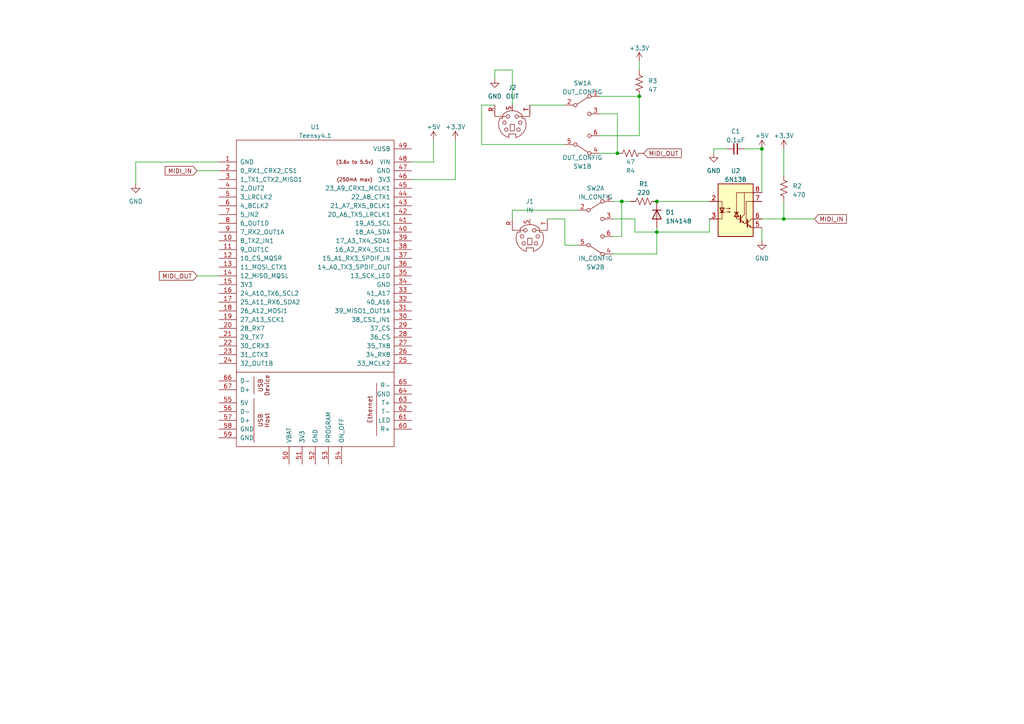
<source format=kicad_sch>
(kicad_sch (version 20230121) (generator eeschema)
  (paper "A4")
  (lib_symbols
    (symbol "Device:C_Small" (pin_numbers hide) (pin_names (offset 0.254) hide)
      (property "Reference" "C" (at 0.254 1.778 0))
      (property "Value" "C_Small" (at 0.254 -2.032 0))
      (symbol "C_Small_0_1"
        (polyline (pts (xy -1.524 -0.508) (xy 1.524 -0.508)) (stroke (width 0.3302)))
        (polyline (pts (xy -1.524 0.508) (xy 1.524 0.508)) (stroke (width 0.3048)))
      )
      (symbol "C_Small_1_1"
        (pin passive line (at 0 2.54 270) (length 2.032) (name "~") (number "1"))
        (pin passive line (at 0 -2.54 90) (length 2.032) (name "~") (number "2"))
      )
    )
    (symbol "Device:R_US" (pin_numbers hide) (pin_names (offset 0))
      (property "Reference" "R" (at 2.54 0 90))
      (property "Value" "R_US" (at -2.54 0 90))
      (symbol "R_US_0_1"
        (polyline (pts (xy 0 -2.286) (xy 0 -2.54)))
        (polyline (pts (xy 0 2.286) (xy 0 2.54)))
        (polyline (pts (xy 0 -0.762) (xy 1.016 -1.143) (xy 0 -1.524) (xy -1.016 -1.905) (xy 0 -2.286)))
        (polyline (pts (xy 0 0.762) (xy 1.016 0.381) (xy 0 0) (xy -1.016 -0.381) (xy 0 -0.762)))
        (polyline (pts (xy 0 2.286) (xy 1.016 1.905) (xy 0 1.524) (xy -1.016 1.143) (xy 0 0.762)))
      )
      (symbol "R_US_1_1"
        (pin passive line (at 0 3.81 270) (length 1.27) (name "~") (number "1"))
        (pin passive line (at 0 -3.81 90) (length 1.27) (name "~") (number "2"))
      )
    )
    (symbol "Diode:1N4148" (pin_numbers hide) (pin_names hide)
      (property "Reference" "D" (at 0 2.54 0))
      (property "Value" "1N4148" (at 0 -2.54 0))
      (symbol "1N4148_0_1"
        (polyline (pts (xy -1.27 1.27) (xy -1.27 -1.27)) (stroke (width 0.254)))
        (polyline (pts (xy 1.27 0) (xy -1.27 0)))
        (polyline (pts (xy 1.27 1.27) (xy 1.27 -1.27) (xy -1.27 0) (xy 1.27 1.27)) (stroke (width 0.254)))
      )
      (symbol "1N4148_1_1"
        (pin passive line (at -3.81 0 0) (length 2.54) (name "K") (number "1"))
        (pin passive line (at 3.81 0 180) (length 2.54) (name "A") (number "2"))
      )
    )
    (symbol "Isolator:6N138" (pin_names (offset 1.016) hide)
      (property "Reference" "U" (at -4.064 8.89 0))
      (property "Value" "6N138" (at 2.286 8.89 0))
      (symbol "6N138_0_1"
        (rectangle (start -5.08 7.62) (end 5.08 -7.62) (stroke (width 0.254)) (fill (type background)))
        (polyline (pts (xy -4.572 -0.635) (xy -3.302 -0.635)) (stroke (width 0.254)))
        (polyline (pts (xy 0.889 -0.635) (xy -0.381 -0.635)) (stroke (width 0.254)))
        (polyline (pts (xy 1.397 -2.667) (xy 2.54 -3.81)))
        (polyline (pts (xy 1.397 -2.413) (xy 2.54 -1.27)))
        (polyline (pts (xy 2.54 -3.81) (xy 3.175 -3.81)))
        (polyline (pts (xy 3.429 -3.937) (xy 4.572 -5.08)))
        (polyline (pts (xy 3.429 -3.683) (xy 4.572 -2.54)))
        (polyline (pts (xy 4.572 -5.08) (xy 5.08 -5.08)))
        (polyline (pts (xy 4.572 -2.54) (xy 5.08 -2.54)))
        (polyline (pts (xy 1.397 -1.524) (xy 1.397 -3.556) (xy 1.397 -3.556)) (stroke (width 0.3556)))
        (polyline (pts (xy 2.54 -1.27) (xy 2.54 5.08) (xy 5.08 5.08)))
        (polyline (pts (xy 3.429 -2.794) (xy 3.429 -4.826) (xy 3.429 -4.826)) (stroke (width 0.3556)))
        (polyline (pts (xy 5.08 2.54) (xy 3.048 2.54) (xy 3.048 -3.81)))
        (polyline (pts (xy -5.08 -2.54) (xy -3.937 -2.54) (xy -3.937 2.54) (xy -5.08 2.54)))
        (polyline (pts (xy -3.937 -0.635) (xy -4.572 0.635) (xy -3.302 0.635) (xy -3.937 -0.635)) (stroke (width 0.254)))
        (polyline (pts (xy 0.254 -0.635) (xy 0.889 -1.905) (xy -0.381 -1.905) (xy 0.254 -0.635)) (stroke (width 0.254)))
        (polyline (pts (xy 1.27 -2.54) (xy 0.254 -2.54) (xy 0.254 5.08) (xy 2.54 5.08)))
        (polyline (pts (xy 2.413 -3.683) (xy 2.159 -3.175) (xy 1.905 -3.429) (xy 2.413 -3.683)))
        (polyline (pts (xy 4.445 -4.953) (xy 4.191 -4.445) (xy 3.937 -4.699) (xy 4.445 -4.953)))
        (polyline (pts (xy -2.794 -0.508) (xy -1.524 -0.508) (xy -1.905 -0.635) (xy -1.905 -0.381) (xy -1.524 -0.508)))
        (polyline (pts (xy -2.794 0.508) (xy -1.524 0.508) (xy -1.905 0.381) (xy -1.905 0.635) (xy -1.524 0.508)))
      )
      (symbol "6N138_1_1"
        (pin no_connect line (at -5.08 5.08 0) (length 2.54) hide (name "NC") (number "1"))
        (pin passive line (at -7.62 2.54 0) (length 2.54) (name "C1") (number "2"))
        (pin passive line (at -7.62 -2.54 0) (length 2.54) (name "C2") (number "3"))
        (pin no_connect line (at -5.08 -5.08 0) (length 2.54) hide (name "NC") (number "4"))
        (pin passive line (at 7.62 -5.08 180) (length 2.54) (name "GND") (number "5"))
        (pin passive line (at 7.62 -2.54 180) (length 2.54) (name "VO2") (number "6"))
        (pin passive line (at 7.62 2.54 180) (length 2.54) (name "VO1") (number "7"))
        (pin passive line (at 7.62 5.08 180) (length 2.54) (name "VCC") (number "8"))
      )
    )
    (symbol "Mini-DIN_6pins_ver4_1" (pin_names (offset 1.016) hide)
      (property "Reference" "J1" (at 0 10.16 0))
      (property "Value" "IN" (at 0 7.62 0))
      (symbol "Mini-DIN_6pins_ver4_1_0_1"
        (arc (start -3.556 1.27) (mid -3.6268 -2.1377) (end -1.016 -4.318))
        (circle (center -2.286 0) (radius 0.508))
        (circle (center -1.778 -2.032) (radius 0.508))
        (circle (center -1.27 1.778) (radius 0.508))
        (polyline (pts (xy -2.794 1.27) (xy -3.556 1.27)))
        (polyline (pts (xy -2.794 1.27) (xy -2.794 2.286)))
        (polyline (pts (xy -1.016 -3.302) (xy -1.016 -4.318)))
        (polyline (pts (xy 1.016 -3.302) (xy -1.016 -3.302)))
        (polyline (pts (xy 1.016 -3.302) (xy 1.016 -4.318)))
        (polyline (pts (xy 2.794 1.27) (xy 2.794 2.286)))
        (polyline (pts (xy 2.794 1.27) (xy 3.556 1.27)))
        (polyline (pts (xy -1.778 1.778) (xy -5.08 1.778) (xy -5.08 2.54)))
        (polyline (pts (xy 1.778 1.778) (xy 5.08 1.778) (xy 5.08 2.54)))
        (rectangle (start 0.635 -2.413) (end -0.635 -0.508))
        (arc (start 1.016 -4.318) (mid 3.6119 -2.131) (end 3.556 1.27))
        (circle (center 1.27 1.778) (radius 0.508))
        (circle (center 1.778 -2.032) (radius 0.508))
        (circle (center 2.286 0) (radius 0.508))
        (arc (start 2.794 2.286) (mid 0 3.4433) (end -2.794 2.286))
      )
      (symbol "Mini-DIN_6pins_ver4_1_1_1"
        (pin passive line (at 5.08 5.08 270) (length 2.54) (name "R") (number "R"))
        (pin passive line (at 0 5.08 270) (length 1.6764) (name "S") (number "S"))
        (pin passive line (at -5.08 5.08 270) (length 2.54) (name "T") (number "T"))
      )
    )
    (symbol "Switch:SW_DPDT_x2" (pin_names (offset 0) hide)
      (property "Reference" "SW" (at 0 4.318 0))
      (property "Value" "SW_DPDT_x2" (at 0 -5.08 0))
      (symbol "SW_DPDT_x2_0_0"
        (circle (center -2.032 0) (radius 0.508))
        (circle (center 2.032 -2.54) (radius 0.508))
      )
      (symbol "SW_DPDT_x2_0_1"
        (polyline (pts (xy -1.524 0.254) (xy 1.651 2.286)))
        (circle (center 2.032 2.54) (radius 0.508))
      )
      (symbol "SW_DPDT_x2_1_1"
        (pin passive line (at 5.08 2.54 180) (length 2.54) (name "A") (number "1"))
        (pin passive line (at -5.08 0 0) (length 2.54) (name "B") (number "2"))
        (pin passive line (at 5.08 -2.54 180) (length 2.54) (name "C") (number "3"))
      )
      (symbol "SW_DPDT_x2_2_1"
        (pin passive line (at 5.08 2.54 180) (length 2.54) (name "A") (number "4"))
        (pin passive line (at -5.08 0 0) (length 2.54) (name "B") (number "5"))
        (pin passive line (at 5.08 -2.54 180) (length 2.54) (name "C") (number "6"))
      )
    )
    (symbol "power:+3.3V" (power) (pin_names (offset 0))
      (property "Value" "+3.3V" (at 0 3.556 0))
      (symbol "+3.3V_0_1"
        (polyline (pts (xy -0.762 1.27) (xy 0 2.54)))
        (polyline (pts (xy 0 0) (xy 0 2.54)))
        (polyline (pts (xy 0 2.54) (xy 0.762 1.27)))
      )
      (symbol "+3.3V_1_1"
        (pin power_in line (at 0 0 90) (length 0) hide (name "+3.3V") (number "1"))
      )
    )
    (symbol "power:+5V" (power) (pin_names (offset 0))
      (property "Value" "+5V" (at 0 3.556 0))
      (symbol "+5V_0_1"
        (polyline (pts (xy -0.762 1.27) (xy 0 2.54)))
        (polyline (pts (xy 0 0) (xy 0 2.54)))
        (polyline (pts (xy 0 2.54) (xy 0.762 1.27)))
      )
      (symbol "+5V_1_1"
        (pin power_in line (at 0 0 90) (length 0) hide (name "+5V") (number "1"))
      )
    )
    (symbol "power:GND" (power) (pin_names (offset 0))
      (property "Value" "GND" (at 0 -3.81 0))
      (symbol "GND_0_1"
        (polyline (pts (xy 0 0) (xy 0 -1.27) (xy 1.27 -1.27) (xy 0 -2.54) (xy -1.27 -1.27) (xy 0 -1.27)))
      )
      (symbol "GND_1_1"
        (pin power_in line (at 0 0 270) (length 0) hide (name "GND") (number "1"))
      )
    )
    (symbol "teensy:Teensy4.1" (pin_names (offset 1.016))
      (property "Reference" "U" (at 0 64.77 0))
      (property "Value" "Teensy4.1" (at 0 62.23 0))
      (symbol "Teensy4.1_0_0"
        (polyline (pts (xy -22.86 -6.35) (xy 22.86 -6.35)))
        (polyline (pts (xy -17.78 -26.67) (xy -17.78 -13.97)))
        (polyline (pts (xy -17.78 -7.62) (xy -17.78 -12.7)))
        (polyline (pts (xy 17.78 -9.525) (xy 17.78 -24.765)))
        (text "(250mA max)" (at 11.43 49.53 0) (effects (font (size 1.016 1.016))))
        (text "(3.6v to 5.5v)" (at 11.43 54.61 0) (effects (font (size 1.016 1.016))))
        (text "Device" (at -13.97 -10.16 900) (effects (font (size 1.27 1.27))))
        (text "Ethernet" (at 15.875 -17.145 900) (effects (font (size 1.27 1.27))))
        (text "Host" (at -13.97 -20.32 900) (effects (font (size 1.27 1.27))))
        (text "USB" (at -15.875 -20.32 900) (effects (font (size 1.27 1.27))))
        (text "USB" (at -15.875 -10.16 900) (effects (font (size 1.27 1.27))))
        (pin bidirectional line (at -27.94 31.75 0) (length 5.08) (name "8_TX2_IN1") (number "10"))
        (pin bidirectional line (at -27.94 29.21 0) (length 5.08) (name "9_OUT1C") (number "11"))
        (pin bidirectional line (at -27.94 26.67 0) (length 5.08) (name "10_CS_MQSR") (number "12"))
        (pin bidirectional line (at -27.94 24.13 0) (length 5.08) (name "11_MOSI_CTX1") (number "13"))
        (pin bidirectional line (at -27.94 21.59 0) (length 5.08) (name "12_MISO_MQSL") (number "14"))
        (pin power_in line (at -27.94 19.05 0) (length 5.08) (name "3V3") (number "15"))
        (pin bidirectional line (at -27.94 16.51 0) (length 5.08) (name "24_A10_TX6_SCL2") (number "16"))
        (pin bidirectional line (at -27.94 13.97 0) (length 5.08) (name "25_A11_RX6_SDA2") (number "17"))
        (pin bidirectional line (at -27.94 11.43 0) (length 5.08) (name "26_A12_MOSI1") (number "18"))
        (pin bidirectional line (at -27.94 8.89 0) (length 5.08) (name "27_A13_SCK1") (number "19"))
        (pin bidirectional line (at -27.94 6.35 0) (length 5.08) (name "28_RX7") (number "20"))
        (pin bidirectional line (at -27.94 3.81 0) (length 5.08) (name "29_TX7") (number "21"))
        (pin bidirectional line (at -27.94 1.27 0) (length 5.08) (name "30_CRX3") (number "22"))
        (pin bidirectional line (at -27.94 -1.27 0) (length 5.08) (name "31_CTX3") (number "23"))
        (pin bidirectional line (at -27.94 -3.81 0) (length 5.08) (name "32_OUT1B") (number "24"))
        (pin bidirectional line (at 27.94 -3.81 180) (length 5.08) (name "33_MCLK2") (number "25"))
        (pin bidirectional line (at 27.94 -1.27 180) (length 5.08) (name "34_RX8") (number "26"))
        (pin bidirectional line (at 27.94 1.27 180) (length 5.08) (name "35_TX8") (number "27"))
        (pin bidirectional line (at 27.94 3.81 180) (length 5.08) (name "36_CS") (number "28"))
        (pin bidirectional line (at 27.94 6.35 180) (length 5.08) (name "37_CS") (number "29"))
        (pin bidirectional line (at 27.94 8.89 180) (length 5.08) (name "38_CS1_IN1") (number "30"))
        (pin bidirectional line (at 27.94 11.43 180) (length 5.08) (name "39_MISO1_OUT1A") (number "31"))
        (pin bidirectional line (at 27.94 13.97 180) (length 5.08) (name "40_A16") (number "32"))
        (pin bidirectional line (at 27.94 16.51 180) (length 5.08) (name "41_A17") (number "33"))
        (pin bidirectional line (at 27.94 21.59 180) (length 5.08) (name "13_SCK_LED") (number "35"))
        (pin bidirectional line (at 27.94 24.13 180) (length 5.08) (name "14_A0_TX3_SPDIF_OUT") (number "36"))
        (pin bidirectional line (at 27.94 26.67 180) (length 5.08) (name "15_A1_RX3_SPDIF_IN") (number "37"))
        (pin bidirectional line (at 27.94 29.21 180) (length 5.08) (name "16_A2_RX4_SCL1") (number "38"))
        (pin bidirectional line (at 27.94 31.75 180) (length 5.08) (name "17_A3_TX4_SDA1") (number "39"))
        (pin bidirectional line (at 27.94 34.29 180) (length 5.08) (name "18_A4_SDA") (number "40"))
        (pin bidirectional line (at 27.94 36.83 180) (length 5.08) (name "19_A5_SCL") (number "41"))
        (pin bidirectional line (at 27.94 39.37 180) (length 5.08) (name "20_A6_TX5_LRCLK1") (number "42"))
        (pin bidirectional line (at 27.94 41.91 180) (length 5.08) (name "21_A7_RX5_BCLK1") (number "43"))
        (pin bidirectional line (at 27.94 44.45 180) (length 5.08) (name "22_A8_CTX1") (number "44"))
        (pin bidirectional line (at 27.94 46.99 180) (length 5.08) (name "23_A9_CRX1_MCLK1") (number "45"))
        (pin output line (at 27.94 49.53 180) (length 5.08) (name "3V3") (number "46"))
        (pin output line (at 27.94 52.07 180) (length 5.08) (name "GND") (number "47"))
        (pin power_in line (at 27.94 54.61 180) (length 5.08) (name "VIN") (number "48"))
        (pin power_out line (at 27.94 58.42 180) (length 5.08) (name "VUSB") (number "49"))
        (pin bidirectional line (at -27.94 44.45 0) (length 5.08) (name "3_LRCLK2") (number "5"))
        (pin power_in line (at -7.62 -33.02 90) (length 5.08) (name "VBAT") (number "50"))
        (pin power_in line (at -3.81 -33.02 90) (length 5.08) (name "3V3") (number "51"))
        (pin input line (at 0 -33.02 90) (length 5.08) (name "GND") (number "52"))
        (pin input line (at 3.81 -33.02 90) (length 5.08) (name "PROGRAM") (number "53"))
        (pin input line (at 7.62 -33.02 90) (length 5.08) (name "ON_OFF") (number "54"))
        (pin power_out line (at -27.94 -15.24 0) (length 5.08) (name "5V") (number "55"))
        (pin bidirectional line (at -27.94 -17.78 0) (length 5.08) (name "D-") (number "56"))
        (pin bidirectional line (at -27.94 -20.32 0) (length 5.08) (name "D+") (number "57"))
        (pin power_in line (at -27.94 -22.86 0) (length 5.08) (name "GND") (number "58"))
        (pin power_in line (at -27.94 -25.4 0) (length 5.08) (name "GND") (number "59"))
        (pin bidirectional line (at -27.94 41.91 0) (length 5.08) (name "4_BCLK2") (number "6"))
        (pin bidirectional line (at 27.94 -22.86 180) (length 5.08) (name "R+") (number "60"))
        (pin bidirectional line (at 27.94 -20.32 180) (length 5.08) (name "LED") (number "61"))
        (pin bidirectional line (at 27.94 -17.78 180) (length 5.08) (name "T-") (number "62"))
        (pin bidirectional line (at 27.94 -15.24 180) (length 5.08) (name "T+") (number "63"))
        (pin power_in line (at 27.94 -12.7 180) (length 5.08) (name "GND") (number "64"))
        (pin bidirectional line (at 27.94 -10.16 180) (length 5.08) (name "R-") (number "65"))
        (pin bidirectional line (at -27.94 -8.89 0) (length 5.08) (name "D-") (number "66"))
        (pin bidirectional line (at -27.94 -11.43 0) (length 5.08) (name "D+") (number "67"))
        (pin bidirectional line (at -27.94 39.37 0) (length 5.08) (name "5_IN2") (number "7"))
        (pin bidirectional line (at -27.94 36.83 0) (length 5.08) (name "6_OUT1D") (number "8"))
        (pin bidirectional line (at -27.94 34.29 0) (length 5.08) (name "7_RX2_OUT1A") (number "9"))
      )
      (symbol "Teensy4.1_0_1"
        (rectangle (start -22.86 60.96) (end 22.86 -27.94))
        (rectangle (start -20.32 -1.27) (end -20.32 -1.27))
      )
      (symbol "Teensy4.1_1_1"
        (pin power_in line (at -27.94 54.61 0) (length 5.08) (name "GND") (number "1"))
        (pin bidirectional line (at -27.94 52.07 0) (length 5.08) (name "0_RX1_CRX2_CS1") (number "2"))
        (pin bidirectional line (at -27.94 49.53 0) (length 5.08) (name "1_TX1_CTX2_MISO1") (number "3"))
        (pin power_in line (at 27.94 19.05 180) (length 5.08) (name "GND") (number "34"))
        (pin bidirectional line (at -27.94 46.99 0) (length 5.08) (name "2_OUT2") (number "4"))
      )
    )
  )
  (junction (at 190.5 58.42))
  (junction (at 190.5 67.31))
  (junction (at 179.07 44.45))
  (junction (at 220.98 43.18))
  (junction (at 227.33 63.5))
  (junction (at 180.34 58.42))
  (junction (at 185.42 27.94))
  (wire (pts (xy 227.33 63.5) (xy 236.22 63.5)))
  (wire (pts (xy 39.37 46.99) (xy 63.5 46.99)))
  (wire (pts (xy 148.59 20.32) (xy 143.51 20.32)))
  (wire (pts (xy 177.8 63.5) (xy 184.15 63.5)))
  (wire (pts (xy 163.83 71.12) (xy 167.64 71.12)))
  (wire (pts (xy 39.37 53.34) (xy 39.37 46.99)))
  (wire (pts (xy 158.75 63.5) (xy 163.83 63.5)))
  (wire (pts (xy 139.7 30.48) (xy 139.7 41.91)))
  (wire (pts (xy 125.73 46.99) (xy 125.73 40.64)))
  (wire (pts (xy 163.83 63.5) (xy 163.83 71.12)))
  (wire (pts (xy 190.5 66.04) (xy 190.5 67.31)))
  (wire (pts (xy 185.42 39.37) (xy 185.42 27.94)))
  (wire (pts (xy 139.7 41.91) (xy 163.83 41.91)))
  (wire (pts (xy 220.98 43.18) (xy 220.98 55.88)))
  (wire (pts (xy 185.42 17.78) (xy 185.42 20.32)))
  (wire (pts (xy 173.99 33.02) (xy 179.07 33.02)))
  (wire (pts (xy 57.15 49.53) (xy 63.5 49.53)))
  (wire (pts (xy 148.59 63.5) (xy 148.59 60.96)))
  (wire (pts (xy 220.98 63.5) (xy 227.33 63.5)))
  (wire (pts (xy 177.8 73.66) (xy 190.5 73.66)))
  (wire (pts (xy 180.34 58.42) (xy 182.88 58.42)))
  (wire (pts (xy 190.5 67.31) (xy 205.74 67.31)))
  (wire (pts (xy 177.8 58.42) (xy 180.34 58.42)))
  (wire (pts (xy 148.59 60.96) (xy 167.64 60.96)))
  (wire (pts (xy 215.9 43.18) (xy 220.98 43.18)))
  (wire (pts (xy 143.51 30.48) (xy 139.7 30.48)))
  (wire (pts (xy 190.5 58.42) (xy 205.74 58.42)))
  (wire (pts (xy 184.15 67.31) (xy 190.5 67.31)))
  (wire (pts (xy 227.33 43.18) (xy 227.33 50.8)))
  (wire (pts (xy 220.98 66.04) (xy 220.98 69.85)))
  (wire (pts (xy 119.38 52.07) (xy 132.08 52.07)))
  (wire (pts (xy 132.08 52.07) (xy 132.08 40.64)))
  (wire (pts (xy 227.33 63.5) (xy 227.33 58.42)))
  (wire (pts (xy 177.8 68.58) (xy 180.34 68.58)))
  (wire (pts (xy 153.67 30.48) (xy 163.83 30.48)))
  (wire (pts (xy 119.38 46.99) (xy 125.73 46.99)))
  (wire (pts (xy 205.74 67.31) (xy 205.74 63.5)))
  (wire (pts (xy 179.07 33.02) (xy 179.07 44.45)))
  (wire (pts (xy 173.99 44.45) (xy 179.07 44.45)))
  (wire (pts (xy 210.82 43.18) (xy 207.01 43.18)))
  (wire (pts (xy 143.51 20.32) (xy 143.51 22.86)))
  (wire (pts (xy 180.34 68.58) (xy 180.34 58.42)))
  (wire (pts (xy 148.59 30.48) (xy 148.59 20.32)))
  (wire (pts (xy 173.99 27.94) (xy 185.42 27.94)))
  (wire (pts (xy 190.5 73.66) (xy 190.5 67.31)))
  (wire (pts (xy 57.15 80.01) (xy 63.5 80.01)))
  (wire (pts (xy 207.01 43.18) (xy 207.01 44.45)))
  (wire (pts (xy 184.15 63.5) (xy 184.15 67.31)))
  (wire (pts (xy 173.99 39.37) (xy 185.42 39.37)))
  (global_label "MIDI_IN" (shape input) (at 57.15 49.53 180) (property "Intersheetrefs" "${INTERSHEET_REFS}" (effects hide)))
  (global_label "MIDI_OUT" (shape input) (at 57.15 80.01 180) (property "Intersheetrefs" "${INTERSHEET_REFS}" (effects hide)))
  (global_label "MIDI_OUT" (shape input) (at 186.69 44.45 0) (property "Intersheetrefs" "${INTERSHEET_REFS}" (effects hide)))
  (global_label "MIDI_IN" (shape input) (at 236.22 63.5 0) (property "Intersheetrefs" "${INTERSHEET_REFS}" (effects hide)))
  (symbol (lib_id "power:+5V") (at 220.98 43.18 0) (unit 1)
    (property "Reference" "#PWR03" (effects hide))
    (property "Value" "+5V" (at 220.98 39.37 0))
  )
  (symbol (lib_id "Switch:SW_DPDT_x2") (at 168.91 30.48 0) (unit 1)
    (property "Reference" "SW1" (at 168.91 24.13 0))
    (property "Value" "OUT_CONFIG" (at 168.91 26.67 0))
    (property "Footprint" "Button_Switch_THT:SW_CuK_JS202011CQN_DPDT_Straight" (effects hide))
  )
  (symbol (lib_id "teensy:Teensy4.1") (at 91.44 101.6 0) (unit 1)
    (property "Reference" "U1" (at 91.44 36.83 0))
    (property "Value" "Teensy4.1" (at 91.44 39.37 0))
    (property "Footprint" "teensy:Teensy41" (effects hide))
  )
  (symbol (lib_id "power:GND") (at 220.98 69.85 0) (unit 1)
    (property "Reference" "#PWR01" (effects hide))
    (property "Value" "GND" (at 220.98 74.93 0))
  )
  (symbol (lib_id "power:+5V") (at 125.73 40.64 0) (unit 1)
    (property "Reference" "#PWR02" (effects hide))
    (property "Value" "+5V" (at 125.73 36.83 0))
  )
  (symbol (lib_id "Switch:SW_DPDT_x2") (at 172.72 71.12 0) (mirror x) (unit 2)
    (property "Reference" "SW2" (at 172.72 77.47 0))
    (property "Value" "IN_CONFIG" (at 172.72 74.93 0))
    (property "Footprint" "Button_Switch_THT:SW_CuK_JS202011CQN_DPDT_Straight" (effects hide))
  )
  (symbol (lib_id "Switch:SW_DPDT_x2") (at 172.72 60.96 0) (unit 1)
    (property "Reference" "SW2" (at 172.72 54.61 0))
    (property "Value" "IN_CONFIG" (at 172.72 57.15 0))
    (property "Footprint" "Button_Switch_THT:SW_CuK_JS202011CQN_DPDT_Straight" (effects hide))
  )
  (symbol (lib_name "Mini-DIN_6pins_ver4_1") (lib_id "Custom_Symbols_Library:Mini-DIN_6pins_ver4") (at 153.67 68.58 0) (mirror y) (unit 1)
    (property "Reference" "J1" (at 153.67 58.42 0))
    (property "Value" "IN" (at 153.67 60.96 0))
    (property "Footprint" "Connector_Audio:Jack_3.5mm_CUI_SJ-3523-SMT_Horizontal" (effects hide))
  )
  (symbol (lib_id "power:GND") (at 39.37 53.34 0) (unit 1)
    (property "Reference" "#PWR09" (effects hide))
    (property "Value" "GND" (at 39.37 58.42 0))
  )
  (symbol (lib_id "Device:C_Small") (at 213.36 43.18 90) (unit 1)
    (property "Reference" "C1" (at 213.3663 38.1 90))
    (property "Value" "0.1uF" (at 213.3663 40.64 90))
    (property "Footprint" "Capacitor_THT:C_Rect_L4.6mm_W2.0mm_P2.50mm_MKS02_FKP02" (effects hide))
  )
  (symbol (lib_id "power:GND") (at 143.51 22.86 0) (unit 1)
    (property "Reference" "#PWR06" (effects hide))
    (property "Value" "GND" (at 143.51 27.94 0))
  )
  (symbol (lib_id "Switch:SW_DPDT_x2") (at 168.91 41.91 0) (mirror x) (unit 2)
    (property "Reference" "SW1" (at 168.91 48.26 0))
    (property "Value" "OUT_CONFIG" (at 168.91 45.72 0))
    (property "Footprint" "Button_Switch_THT:SW_CuK_JS202011CQN_DPDT_Straight" (effects hide))
  )
  (symbol (lib_id "power:+3.3V") (at 227.33 43.18 0) (unit 1)
    (property "Reference" "#PWR05" (effects hide))
    (property "Value" "+3.3V" (at 227.33 39.37 0))
  )
  (symbol (lib_id "Device:R_US") (at 185.42 24.13 180) (unit 1)
    (property "Reference" "R3" (at 187.96 23.495 0) (effects (justify right)))
    (property "Value" "47" (at 187.96 26.035 0) (effects (justify right)))
    (property "Footprint" "Resistor_THT:R_Axial_DIN0204_L3.6mm_D1.6mm_P7.62mm_Horizontal" (effects hide))
  )
  (symbol (lib_id "Diode:1N4148") (at 190.5 62.23 270) (unit 1)
    (property "Reference" "D1" (at 193.04 61.595 90) (effects (justify left)))
    (property "Value" "1N4148" (at 193.04 64.135 90) (effects (justify left)))
    (property "Footprint" "Diode_THT:D_DO-35_SOD27_P7.62mm_Horizontal" (effects hide))
    (property "Datasheet" "https://assets.nexperia.com/documents/data-sheet/1N4148_1N4448.pdf" (effects hide))
    (property "Sim.Device" "D" (effects hide))
    (property "Sim.Pins" "1=K 2=A" (effects hide))
  )
  (symbol (lib_name "Mini-DIN_6pins_ver4_1") (lib_id "Custom_Symbols_Library:Mini-DIN_6pins_ver4") (at 148.59 35.56 0) (mirror y) (unit 1)
    (property "Reference" "J2" (at 148.59 25.4 0))
    (property "Value" "OUT" (at 148.59 27.94 0))
    (property "Footprint" "Connector_Audio:Jack_3.5mm_CUI_SJ-3523-SMT_Horizontal" (effects hide))
  )
  (symbol (lib_id "power:GND") (at 207.01 44.45 0) (unit 1)
    (property "Reference" "#PWR04" (effects hide))
    (property "Value" "GND" (at 207.01 49.53 0))
  )
  (symbol (lib_id "power:+3.3V") (at 132.08 40.64 0) (unit 1)
    (property "Reference" "#PWR08" (effects hide))
    (property "Value" "+3.3V" (at 132.08 36.83 0))
  )
  (symbol (lib_id "Isolator:6N138") (at 213.36 60.96 0) (unit 1)
    (property "Reference" "U2" (at 213.36 49.53 0))
    (property "Value" "6N138" (at 213.36 52.07 0))
    (property "Footprint" "Package_DIP:DIP-8_W7.62mm_Socket" (effects hide))
    (property "Datasheet" "http://www.onsemi.com/pub/Collateral/HCPL2731-D.pdf" (effects hide))
  )
  (symbol (lib_id "Device:R_US") (at 227.33 54.61 180) (unit 1)
    (property "Reference" "R2" (at 229.87 53.975 0) (effects (justify right)))
    (property "Value" "470" (at 229.87 56.515 0) (effects (justify right)))
    (property "Footprint" "Resistor_THT:R_Axial_DIN0204_L3.6mm_D1.6mm_P7.62mm_Horizontal" (effects hide))
  )
  (symbol (lib_id "power:+3.3V") (at 185.42 17.78 0) (unit 1)
    (property "Reference" "#PWR07" (effects hide))
    (property "Value" "+3.3V" (at 185.42 13.97 0))
  )
  (symbol (lib_id "Device:R_US") (at 182.88 44.45 270) (unit 1)
    (property "Reference" "R4" (at 182.88 49.53 90))
    (property "Value" "47" (at 182.88 46.99 90))
    (property "Footprint" "Resistor_THT:R_Axial_DIN0204_L3.6mm_D1.6mm_P7.62mm_Horizontal" (effects hide))
  )
  (symbol (lib_id "Device:R_US") (at 186.69 58.42 90) (unit 1)
    (property "Reference" "R1" (at 186.69 53.34 90))
    (property "Value" "220" (at 186.69 55.88 90))
    (property "Footprint" "Resistor_THT:R_Axial_DIN0204_L3.6mm_D1.6mm_P7.62mm_Horizontal" (effects hide))
  )
)
</source>
